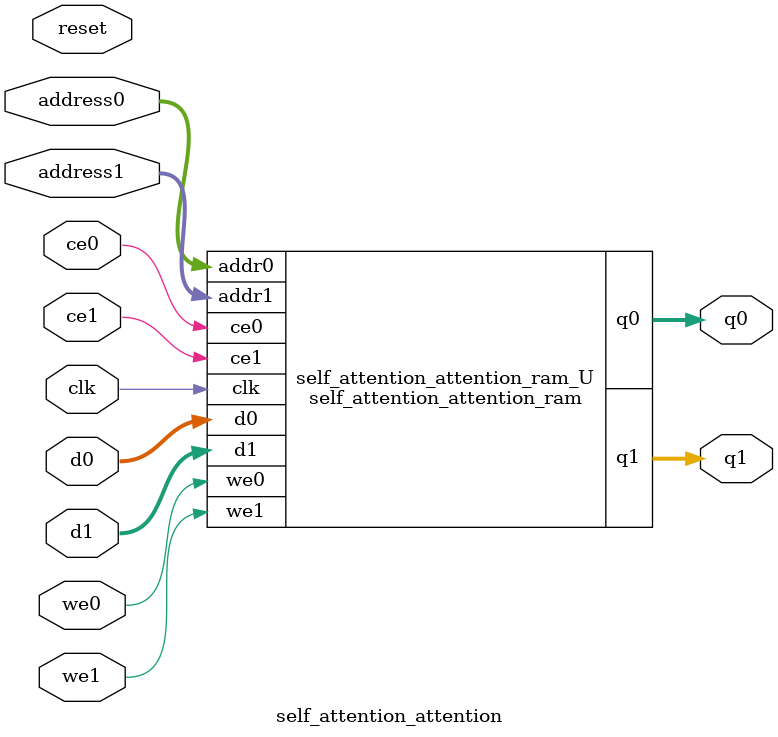
<source format=v>
`timescale 1 ns / 1 ps
module self_attention_attention_ram (addr0, ce0, d0, we0, q0, addr1, ce1, d1, we1, q1,  clk);

parameter DWIDTH = 32;
parameter AWIDTH = 3;
parameter MEM_SIZE = 8;

input[AWIDTH-1:0] addr0;
input ce0;
input[DWIDTH-1:0] d0;
input we0;
output reg[DWIDTH-1:0] q0;
input[AWIDTH-1:0] addr1;
input ce1;
input[DWIDTH-1:0] d1;
input we1;
output reg[DWIDTH-1:0] q1;
input clk;

(* ram_style = "block" *)reg [DWIDTH-1:0] ram[0:MEM_SIZE-1];




always @(posedge clk)  
begin 
    if (ce0) begin
        if (we0) 
            ram[addr0] <= d0; 
        q0 <= ram[addr0];
    end
end


always @(posedge clk)  
begin 
    if (ce1) begin
        if (we1) 
            ram[addr1] <= d1; 
        q1 <= ram[addr1];
    end
end


endmodule

`timescale 1 ns / 1 ps
module self_attention_attention(
    reset,
    clk,
    address0,
    ce0,
    we0,
    d0,
    q0,
    address1,
    ce1,
    we1,
    d1,
    q1);

parameter DataWidth = 32'd32;
parameter AddressRange = 32'd8;
parameter AddressWidth = 32'd3;
input reset;
input clk;
input[AddressWidth - 1:0] address0;
input ce0;
input we0;
input[DataWidth - 1:0] d0;
output[DataWidth - 1:0] q0;
input[AddressWidth - 1:0] address1;
input ce1;
input we1;
input[DataWidth - 1:0] d1;
output[DataWidth - 1:0] q1;



self_attention_attention_ram self_attention_attention_ram_U(
    .clk( clk ),
    .addr0( address0 ),
    .ce0( ce0 ),
    .we0( we0 ),
    .d0( d0 ),
    .q0( q0 ),
    .addr1( address1 ),
    .ce1( ce1 ),
    .we1( we1 ),
    .d1( d1 ),
    .q1( q1 ));

endmodule


</source>
